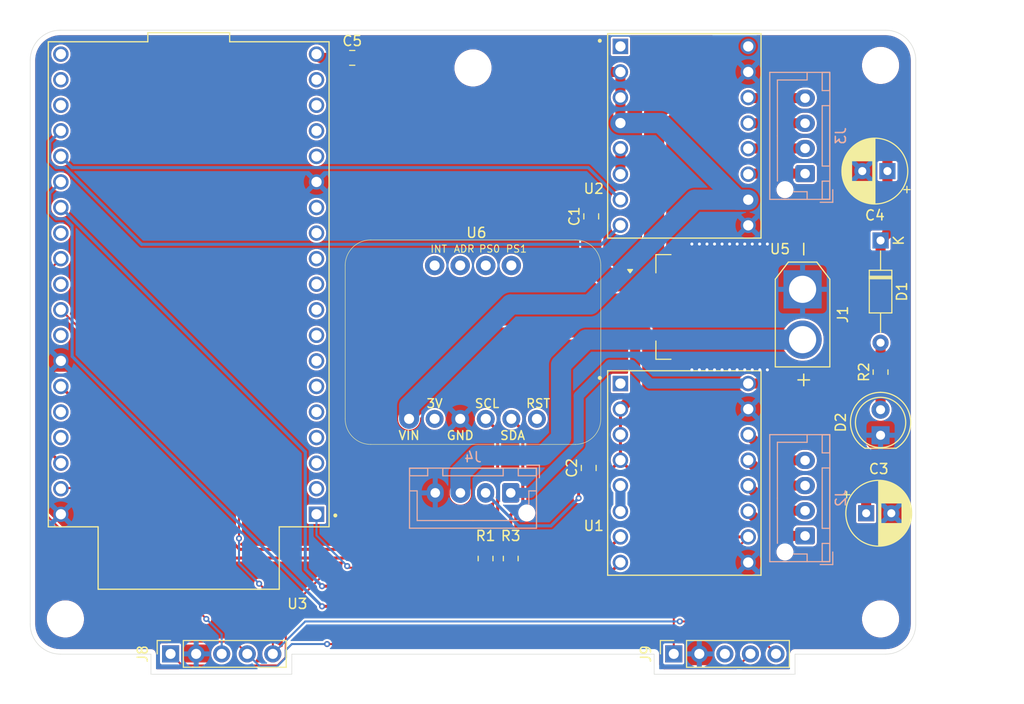
<source format=kicad_pcb>
(kicad_pcb (version 20240108) (generator "pcbnew") (generator_version "8.0")
  (layers (0 "F.Cu" signal) (31 "B.Cu" signal) (34 "B.Paste" user) (35 "F.Paste" user) (36 "B.SilkS" user "B.Silkscreen") (37 "F.SilkS" user "F.Silkscreen") (38 "B.Mask" user) (39 "F.Mask" user) (44 "Edge.Cuts" user))
  (net 0 "")
  (net 1 "Net-(J1-Pin_2)")
  (net 2 "+15V")
  (net 3 "+5V")
  (net 4 "GND")
  (net 5 "Net-(J2-Pin_4)")
  (net 6 "Net-(J2-Pin_1)")
  (net 7 "Net-(J2-Pin_2)")
  (net 8 "Net-(J2-Pin_3)")
  (net 9 "Net-(J3-Pin_1)")
  (net 10 "Net-(J3-Pin_2)")
  (net 11 "Net-(J3-Pin_4)")
  (net 12 "Net-(J3-Pin_3)")
  (net 13 "Net-(U1-~{RESET})")
  (net 15 "+3V3")
  (net 16 "/M1DIR")
  (net 17 "/M1STEP")
  (net 19 "/M2STEP")
  (net 20 "Net-(U2-~{RESET})")
  (net 32 "/M2DIR")
  (net 49 "/SDA")
  (net 50 "/SCL")
  (net 53 "Net-(D1-A)")
  (net 54 "Net-(D2-A)")
  (net 55 "/DIN")
  (net 56 "/CS1")
  (net 57 "/CLK")
  (footprint "Connector_AMASS:AMASS_XT30U-M_1x02_P5.0mm_Vertical" (layer "F.Cu") (at 159.75 63.75 -90)
    (property "Reference" "J1" (at 2.5 -4 90) (layer "F.SilkS"))
    (property "Value" "Conn_01x02")
    (fp_text user "+" (at 9 0 90) (layer "F.SilkS") (effects (font (size 1.5 1.5))))
    (fp_text user "-" (at -4 0 90) (layer "F.SilkS") (effects (font (size 1.5 1.5))))
    (pad "1" thru_hole rect (at 0 0 270) (size 3.8 3.8) (drill 2.7) (layers "*.Cu" "*.Mask") (net 4 "GND"))
    (pad "2" thru_hole circle (at 5 0 270) (size 3.8 3.8) (drill 2.7) (layers "*.Cu" "*.Mask") (net 1 "Net-(J1-Pin_2)"))
  )
  (footprint "A4988_STEPPER_MOTOR_DRIVER_CARRIER:MODULE_A4988_STEPPER_MOTOR_DRIVER_CARRIER" (layer "F.Cu") (at 148 48.5)
    (property "Reference" "U2" (at -9 5.25 0) (layer "F.SilkS"))
    (property "Value" "A4988_STEPPER_MOTOR_DRIVER_CARRIER")
    (pad "1" thru_hole rect (at -6.35 -8.89) (size 1.53 1.53) (drill 1.02) (layers "*.Cu" "*.Mask"))
    (pad "2" thru_hole circle (at -6.35 -6.35) (size 1.53 1.53) (drill 1.02) (layers "*.Cu" "*.Mask") (net 3 "+5V"))
    (pad "3" thru_hole circle (at -6.35 -3.81) (size 1.53 1.53) (drill 1.02) (layers "*.Cu" "*.Mask") (net 3 "+5V"))
    (pad "4" thru_hole circle (at -6.35 -1.27) (size 1.53 1.53) (drill 1.02) (layers "*.Cu" "*.Mask") (net 3 "+5V"))
    (pad "5" thru_hole circle (at -6.35 1.27) (size 1.53 1.53) (drill 1.02) (layers "*.Cu" "*.Mask") (net 20 "Net-(U2-~{RESET})"))
    (pad "6" thru_hole circle (at -6.35 3.81) (size 1.53 1.53) (drill 1.02) (layers "*.Cu" "*.Mask") (net 20 "Net-(U2-~{RESET})"))
    (pad "7" thru_hole circle (at -6.35 6.35) (size 1.53 1.53) (drill 1.02) (layers "*.Cu" "*.Mask") (net 19 "/M2STEP"))
    (pad "8" thru_hole circle (at -6.35 8.89) (size 1.53 1.53) (drill 1.02) (layers "*.Cu" "*.Mask") (net 32 "/M2DIR"))
    (pad "9" thru_hole circle (at 6.35 8.89) (size 1.53 1.53) (drill 1.02) (layers "*.Cu" "*.Mask") (net 4 "GND"))
    (pad "10" thru_hole circle (at 6.35 6.35) (size 1.53 1.53) (drill 1.02) (layers "*.Cu" "*.Mask") (net 3 "+5V"))
    (pad "11" thru_hole circle (at 6.35 3.81) (size 1.53 1.53) (drill 1.02) (layers "*.Cu" "*.Mask") (net 9 "Net-(J3-Pin_1)"))
    (pad "12" thru_hole circle (at 6.35 1.27) (size 1.53 1.53) (drill 1.02) (layers "*.Cu" "*.Mask") (net 10 "Net-(J3-Pin_2)"))
    (pad "13" thru_hole circle (at 6.35 -1.27) (size 1.53 1.53) (drill 1.02) (layers "*.Cu" "*.Mask") (net 12 "Net-(J3-Pin_3)"))
    (pad "14" thru_hole circle (at 6.35 -3.81) (size 1.53 1.53) (drill 1.02) (layers "*.Cu" "*.Mask") (net 11 "Net-(J3-Pin_4)"))
    (pad "15" thru_hole circle (at 6.35 -6.35) (size 1.53 1.53) (drill 1.02) (layers "*.Cu" "*.Mask") (net 4 "GND"))
    (pad "16" thru_hole circle (at 6.35 -8.89) (size 1.53 1.53) (drill 1.02) (layers "*.Cu" "*.Mask") (net 2 "+15V"))
  )
  (footprint "A4988_STEPPER_MOTOR_DRIVER_CARRIER:MODULE_A4988_STEPPER_MOTOR_DRIVER_CARRIER" (layer "F.Cu") (at 148 82)
    (property "Reference" "U1" (at -9 5.25 0) (layer "F.SilkS"))
    (property "Value" "A4988_STEPPER_MOTOR_DRIVER_CARRIER")
    (pad "1" thru_hole rect (at -6.35 -8.89) (size 1.53 1.53) (drill 1.02) (layers "*.Cu" "*.Mask"))
    (pad "2" thru_hole circle (at -6.35 -6.35) (size 1.53 1.53) (drill 1.02) (layers "*.Cu" "*.Mask") (net 3 "+5V"))
    (pad "3" thru_hole circle (at -6.35 -3.81) (size 1.53 1.53) (drill 1.02) (layers "*.Cu" "*.Mask") (net 3 "+5V"))
    (pad "4" thru_hole circle (at -6.35 -1.27) (size 1.53 1.53) (drill 1.02) (layers "*.Cu" "*.Mask") (net 3 "+5V"))
    (pad "5" thru_hole circle (at -6.35 1.27) (size 1.53 1.53) (drill 1.02) (layers "*.Cu" "*.Mask") (net 13 "Net-(U1-~{RESET})"))
    (pad "6" thru_hole circle (at -6.35 3.81) (size 1.53 1.53) (drill 1.02) (layers "*.Cu" "*.Mask") (net 13 "Net-(U1-~{RESET})"))
    (pad "7" thru_hole circle (at -6.35 6.35) (size 1.53 1.53) (drill 1.02) (layers "*.Cu" "*.Mask") (net 17 "/M1STEP"))
    (pad "8" thru_hole circle (at -6.35 8.89) (size 1.53 1.53) (drill 1.02) (layers "*.Cu" "*.Mask") (net 16 "/M1DIR"))
    (pad "9" thru_hole circle (at 6.35 8.89) (size 1.53 1.53) (drill 1.02) (layers "*.Cu" "*.Mask") (net 4 "GND"))
    (pad "10" thru_hole circle (at 6.35 6.35) (size 1.53 1.53) (drill 1.02) (layers "*.Cu" "*.Mask") (net 3 "+5V"))
    (pad "11" thru_hole circle (at 6.35 3.81) (size 1.53 1.53) (drill 1.02) (layers "*.Cu" "*.Mask") (net 6 "Net-(J2-Pin_1)"))
    (pad "12" thru_hole circle (at 6.35 1.27) (size 1.53 1.53) (drill 1.02) (layers "*.Cu" "*.Mask") (net 7 "Net-(J2-Pin_2)"))
    (pad "13" thru_hole circle (at 6.35 -1.27) (size 1.53 1.53) (drill 1.02) (layers "*.Cu" "*.Mask") (net 8 "Net-(J2-Pin_3)"))
    (pad "14" thru_hole circle (at 6.35 -3.81) (size 1.53 1.53) (drill 1.02) (layers "*.Cu" "*.Mask") (net 5 "Net-(J2-Pin_4)"))
    (pad "15" thru_hole circle (at 6.35 -6.35) (size 1.53 1.53) (drill 1.02) (layers "*.Cu" "*.Mask") (net 4 "GND"))
    (pad "16" thru_hole circle (at 6.35 -8.89) (size 1.53 1.53) (drill 1.02) (layers "*.Cu" "*.Mask") (net 2 "+15V"))
  )
  (footprint "Capacitor_SMD:C_0805_2012Metric" (layer "F.Cu") (at 115 40.75)
    (property "Reference" "C5" (at 0 -1.68 0) (layer "F.SilkS"))
    (property "Value" "10uF")
    (pad "1" smd roundrect (at -0.95 0) (size 1 1.45) (layers "F.Cu" "F.Paste" "F.Mask") (net 3 "+5V"))
    (pad "2" smd roundrect (at 0.95 0) (size 1 1.45) (layers "F.Cu" "F.Paste" "F.Mask") (net 4 "GND"))
  )
  (footprint "Resistor_SMD:R_0805_2012Metric" (layer "F.Cu") (at 128.25 90.5 -90)
    (property "Reference" "R1" (at -2.25 0 180) (layer "F.SilkS"))
    (property "Value" "4K7")
    (pad "1" smd roundrect (at -0.9125 0 270) (size 1.025 1.4) (layers "F.Cu" "F.Paste" "F.Mask") (roundrect_rratio 0.243902) (net 50 "/SCL"))
    (pad "2" smd roundrect (at 0.9125 0 270) (size 1.025 1.4) (layers "F.Cu" "F.Paste" "F.Mask") (roundrect_rratio 0.243902) (net 15 "+3V3"))
  )
  (footprint "ESP32-DEVKITC:MODULE_ESP32-DEVKITC" (layer "F.Cu") (at 98.75 63.25 180)
    (property "Reference" "U3" (at -10.795 -31.75 360) (layer "F.SilkS"))
    (property "Value" "ESP32-DEVKITC")
    (pad "1" thru_hole rect (at -12.7 -22.85 180) (size 1.53 1.53) (drill 1.02) (layers "*.Cu" "*.Mask") (net 15 "+3V3"))
    (pad "2" thru_hole circle (at -12.7 -20.31 180) (size 1.53 1.53) (drill 1.02) (layers "*.Cu" "*.Mask"))
    (pad "3" thru_hole circle (at -12.7 -17.77 180) (size 1.53 1.53) (drill 1.02) (layers "*.Cu" "*.Mask"))
    (pad "4" thru_hole circle (at -12.7 -15.23 180) (size 1.53 1.53) (drill 1.02) (layers "*.Cu" "*.Mask"))
    (pad "5" thru_hole circle (at -12.7 -12.69 180) (size 1.53 1.53) (drill 1.02) (layers "*.Cu" "*.Mask"))
    (pad "6" thru_hole circle (at -12.7 -10.15 180) (size 1.53 1.53) (drill 1.02) (layers "*.Cu" "*.Mask"))
    (pad "7" thru_hole circle (at -12.7 -7.61 180) (size 1.53 1.53) (drill 1.02) (layers "*.Cu" "*.Mask"))
    (pad "8" thru_hole circle (at -12.7 -5.07 180) (size 1.53 1.53) (drill 1.02) (layers "*.Cu" "*.Mask"))
    (pad "9" thru_hole circle (at -12.7 -2.53 180) (size 1.53 1.53) (drill 1.02) (layers "*.Cu" "*.Mask"))
    (pad "10" thru_hole circle (at -12.7 0.01 180) (size 1.53 1.53) (drill 1.02) (layers "*.Cu" "*.Mask"))
    (pad "11" thru_hole circle (at -12.7 2.55 180) (size 1.53 1.53) (drill 1.02) (layers "*.Cu" "*.Mask"))
    (pad "12" thru_hole circle (at -12.7 5.09 180) (size 1.53 1.53) (drill 1.02) (layers "*.Cu" "*.Mask"))
    (pad "13" thru_hole circle (at -12.7 7.63 180) (size 1.53 1.53) (drill 1.02) (layers "*.Cu" "*.Mask"))
    (pad "14" thru_hole circle (at -12.7 10.17 180) (size 1.53 1.53) (drill 1.02) (layers "*.Cu" "*.Mask") (net 4 "GND"))
    (pad "15" thru_hole circle (at -12.7 12.71 180) (size 1.53 1.53) (drill 1.02) (layers "*.Cu" "*.Mask"))
    (pad "16" thru_hole circle (at -12.7 15.25 180) (size 1.53 1.53) (drill 1.02) (layers "*.Cu" "*.Mask"))
    (pad "17" thru_hole circle (at -12.7 17.79 180) (size 1.53 1.53) (drill 1.02) (layers "*.Cu" "*.Mask"))
    (pad "18" thru_hole circle (at -12.7 20.33 180) (size 1.53 1.53) (drill 1.02) (layers "*.Cu" "*.Mask"))
    (pad "19" thru_hole circle (at -12.7 22.87 180) (size 1.53 1.53) (drill 1.02) (layers "*.Cu" "*.Mask") (net 3 "+5V"))
    (pad "20" thru_hole circle (at 12.7 22.87 180) (size 1.53 1.53) (drill 1.02) (layers "*.Cu" "*.Mask"))
    (pad "21" thru_hole circle (at 12.7 20.33 180) (size 1.53 1.53) (drill 1.02) (layers "*.Cu" "*.Mask"))
    (pad "22" thru_hole circle (at 12.7 17.79 180) (size 1.53 1.53) (drill 1.02) (layers "*.Cu" "*.Mask"))
    (pad "23" thru_hole circle (at 12.7 15.25 180) (size 1.53 1.53) (drill 1.02) (layers "*.Cu" "*.Mask") (net 32 "/M2DIR"))
    (pad "24" thru_hole circle (at 12.7 12.71 180) (size 1.53 1.53) (drill 1.02) (layers "*.Cu" "*.Mask") (net 19 "/M2STEP"))
    (pad "25" thru_hole circle (at 12.7 10.17 180) (size 1.53 1.53) (drill 1.02) (layers "*.Cu" "*.Mask") (net 16 "/M1DIR"))
    (pad "26" thru_hole circle (at 12.7 7.63 180) (size 1.53 1.53) (drill 1.02) (layers "*.Cu" "*.Mask") (net 17 "/M1STEP"))
    (pad "27" thru_hole circle (at 12.7 5.09 180) (size 1.53 1.53) (drill 1.02) (layers "*.Cu" "*.Mask"))
    (pad "28" thru_hole circle (at 12.7 2.55 180) (size 1.53 1.53) (drill 1.02) (layers "*.Cu" "*.Mask") (net 56 "/CS1"))
    (pad "29" thru_hole circle (at 12.7 0.01 180) (size 1.53 1.53) (drill 1.02) (layers "*.Cu" "*.Mask"))
    (pad "30" thru_hole circle (at 12.7 -2.53 180) (size 1.53 1.53) (drill 1.02) (layers "*.Cu" "*.Mask") (net 57 "/CLK"))
    (pad "31" thru_hole circle (at 12.7 -5.07 180) (size 1.53 1.53) (drill 1.02) (layers "*.Cu" "*.Mask"))
    (pad "32" thru_hole circle (at 12.7 -7.61 180) (size 1.53 1.53) (drill 1.02) (layers "*.Cu" "*.Mask") (net 4 "GND"))
    (pad "33" thru_hole circle (at 12.7 -10.15 180) (size 1.53 1.53) (drill 1.02) (layers "*.Cu" "*.Mask") (net 49 "/SDA"))
    (pad "34" thru_hole circle (at 12.7 -12.69 180) (size 1.53 1.53) (drill 1.02) (layers "*.Cu" "*.Mask"))
    (pad "35" thru_hole circle (at 12.7 -15.23 180) (size 1.53 1.53) (drill 1.02) (layers "*.Cu" "*.Mask"))
    (pad "36" thru_hole circle (at 12.7 -17.77 180) (size 1.53 1.53) (drill 1.02) (layers "*.Cu" "*.Mask") (net 50 "/SCL"))
    (pad "37" thru_hole circle (at 12.7 -20.31 180) (size 1.53 1.53) (drill 1.02) (layers "*.Cu" "*.Mask") (net 55 "/DIN"))
    (pad "38" thru_hole circle (at 12.7 -22.85 180) (size 1.53 1.53) (drill 1.02) (layers "*.Cu" "*.Mask") (net 4 "GND"))
  )
  (footprint "MountingHole:MountingHole_3.2mm_M3" (layer "F.Cu") (at 127 41.75)
    (property "Reference" "H4" (hide yes))
    (property "Value" "MountingHole")
    (pad "" np_thru_hole circle (at 0 0) (size 3.2 3.2) (drill 3.2) (layers "*.Cu" "*.Mask"))
  )
  (footprint "MountingHole:MountingHole_3.2mm_M3" (layer "F.Cu") (at 86.5 96.5)
    (property "Reference" "H1" (hide yes))
    (property "Value" "MountingHole")
    (pad "" np_thru_hole circle (at 0 0) (size 3.2 3.2) (drill 3.2) (layers "*.Cu" "*.Mask"))
  )
  (footprint "Resistor_SMD:R_0805_2012Metric" (layer "F.Cu") (at 167.5 71.975 90)
    (property "Reference" "R2" (at 0 -1.65 90) (layer "F.SilkS"))
    (property "Value" "1K")
    (pad "1" smd roundrect (at -0.9125 0 90) (size 1.025 1.4) (layers "F.Cu" "F.Paste" "F.Mask") (roundrect_rratio 0.243902) (net 54 "Net-(D2-A)"))
    (pad "2" smd roundrect (at 0.9125 0 90) (size 1.025 1.4) (layers "F.Cu" "F.Paste" "F.Mask") (roundrect_rratio 0.243902) (net 53 "Net-(D1-A)"))
  )
  (footprint "Capacitor_THT:CP_Radial_D6.3mm_P2.50mm" (layer "F.Cu") (at 168.18238 52 180)
    (property "Reference" "C4" (at 1.25 -4.4 360) (layer "F.SilkS"))
    (property "Value" "100uF")
    (pad "1" thru_hole rect (at 0 0 180) (size 1.6 1.6) (drill 0.8) (layers "*.Cu" "*.Mask") (net 2 "+15V"))
    (pad "2" thru_hole circle (at 2.5 0 180) (size 1.6 1.6) (drill 0.8) (layers "*.Cu" "*.Mask") (net 4 "GND"))
  )
  (footprint "LED_THT:LED_D5.0mm" (layer "F.Cu") (at 167.5 78.25 90)
    (property "Reference" "D2" (at 1.27 -3.96 90) (layer "F.SilkS"))
    (property "Value" "LED")
    (pad "1" thru_hole rect (at 0 0 90) (size 1.8 1.8) (drill 0.9) (layers "*.Cu" "*.Mask") (net 4 "GND"))
    (pad "2" thru_hole circle (at 2.54 0 90) (size 1.8 1.8) (drill 0.9) (layers "*.Cu" "*.Mask") (net 54 "Net-(D2-A)"))
  )
  (footprint "Connector_PinSocket_2.54mm:PinSocket_1x05_P2.54mm_Vertical" (layer "F.Cu") (at 146.95 99.975 90)
    (property "Reference" "J9" (at 0 -2.77 90) (layer "F.SilkS"))
    (property "Value" "Conn_01x05")
    (pad "1" thru_hole rect (at 0 0 90) (size 1.7 1.7) (drill 1) (layers "*.Cu" "*.Mask") (net 3 "+5V"))
    (pad "2" thru_hole oval (at 0 2.54 90) (size 1.7 1.7) (drill 1) (layers "*.Cu" "*.Mask") (net 4 "GND"))
    (pad "3" thru_hole oval (at 0 5.08 90) (size 1.7 1.7) (drill 1) (layers "*.Cu" "*.Mask"))
    (pad "4" thru_hole oval (at 0 7.62 90) (size 1.7 1.7) (drill 1) (layers "*.Cu" "*.Mask") (net 56 "/CS1"))
    (pad "5" thru_hole oval (at 0 10.16 90) (size 1.7 1.7) (drill 1) (layers "*.Cu" "*.Mask") (net 57 "/CLK"))
  )
  (footprint "MountingHole:MountingHole_3.2mm_M3" (layer "F.Cu") (at 167.5 41.5)
    (property "Reference" "H3" (hide yes))
    (property "Value" "MountingHole")
    (pad "" np_thru_hole circle (at 0 0) (size 3.2 3.2) (drill 3.2) (layers "*.Cu" "*.Mask"))
  )
  (footprint "Adafruit IMU BNO055:Adafruit IMU BNO055" (layer "F.Cu") (at 127 69)
    (property "Reference" "U6" (at 0.34 -10.87 0) (layer "F.SilkS"))
    (property "Value" "Adafruit IMU BNO055")
    (fp_text user "GND" (at -1.27 9.271 0) (layer "F.SilkS") (effects (font (size 0.87376 0.87376) (thickness 0.14224))))
    (fp_text user "ADR" (at -0.88 -9.271 0) (layer "F.SilkS") (effects (font (size 0.715264 0.715264) (thickness 0.097536))))
    (fp_text user "3V" (at -3.81 6.096 0) (layer "F.SilkS") (effects (font (size 0.87376 0.87376) (thickness 0.14224))))
    (fp_text user "PS0" (at 1.646 -9.271 0) (layer "F.SilkS") (effects (font (size 0.715264 0.715264) (thickness 0.097536))))
    (fp_text user "PS1" (at 4.313 -9.271 0) (layer "F.SilkS") (effects (font (size 0.715264 0.715264) (thickness 0.097536))))
    (fp_text user "SCL" (at 1.397 6.096 0) (layer "F.SilkS") (effects (font (size 0.87376 0.87376) (thickness 0.14224))))
    (fp_text user "INT" (at -3.403 -9.2555 0) (layer "F.SilkS") (effects (font (size 0.715264 0.715264) (thickness 0.097536))))
    (fp_text user "SDA" (at 3.937 9.271 0) (layer "F.SilkS") (effects (font (size 0.87376 0.87376) (thickness 0.14224))))
    (fp_text user "RST" (at 6.477 6.096 0) (layer "F.SilkS") (effects (font (size 0.87376 0.87376) (thickness 0.14224))))
    (fp_text user "VIN" (at -6.35 9.271 0) (layer "F.SilkS") (effects (font (size 0.87376 0.87376) (thickness 0.14224))))
    (pad "1" thru_hole circle (at -6.35 7.62 90) (size 1.778 1.778) (drill 1) (layers "*.Mask" "F.Cu" "In1.Cu" "B.Cu") (net 3 "+5V"))
    (pad "2" thru_hole circle (at -3.81 7.62 90) (size 1.778 1.778) (drill 1) (layers "*.Mask" "F.Cu" "In1.Cu" "B.Cu"))
    (pad "3" thru_hole circle (at -1.27 7.62 90) (size 1.778 1.778) (drill 1) (layers "*.Mask" "F.Cu" "In1.Cu" "B.Cu") (net 4 "GND"))
    (pad "4" thru_hole circle (at 1.27 7.62 90) (size 1.778 1.778) (drill 1) (layers "*.Mask" "F.Cu" "In1.Cu" "B.Cu") (net 50 "/SCL"))
    (pad "5" thru_hole circle (at 3.81 7.62 90) (size 1.778 1.778) (drill 1) (layers "*.Mask" "F.Cu" "In1.Cu" "B.Cu") (net 49 "/SDA"))
    (pad "6" thru_hole circle (at 6.35 7.62 90) (size 1.778 1.778) (drill 1) (layers "*.Mask" "F.Cu" "In1.Cu" "B.Cu"))
    (pad "7" thru_hole circle (at -3.81 -7.62 90) (size 1.9304 1.9304) (drill 1) (layers "*.Cu" "*.Mask"))
    (pad "8" thru_hole circle (at -1.27 -7.62 90) (size 1.9304 1.9304) (drill 1) (layers "*.Cu" "*.Mask"))
    (pad "9" thru_hole circle (at 1.27 -7.62 90) (size 1.9304 1.9304) (drill 1) (layers "*.Cu" "*.Mask"))
    (pad "10" thru_hole circle (at 3.81 -7.62 90) (size 1.9304 1.9304) (drill 1) (layers "*.Cu" "*.Mask"))
  )
  (footprint "Resistor_SMD:R_0805_2012Metric" (layer "F.Cu") (at 130.75 90.5 -90)
    (property "Reference" "R3" (at -2.25 0 180) (layer "F.SilkS"))
    (property "Value" "4K7")
    (pad "1" smd roundrect (at -0.9125 0 270) (size 1.025 1.4) (layers "F.Cu" "F.Paste" "F.Mask") (roundrect_rratio 0.243902) (net 49 "/SDA"))
    (pad "2" smd roundrect (at 0.9125 0 270) (size 1.025 1.4) (layers "F.Cu" "F.Paste" "F.Mask") (roundrect_rratio 0.243902) (net 15 "+3V3"))
  )
  (footprint "Connector_PinSocket_2.54mm:PinSocket_1x05_P2.54mm_Vertical" (layer "F.Cu") (at 96.95 99.975 90)
    (property "Reference" "J8" (at 0 -2.77 90) (layer "F.SilkS"))
    (property "Value" "Conn_01x05")
    (pad "1" thru_hole rect (at 0 0 90) (size 1.7 1.7) (drill 1) (layers "*.Cu" "*.Mask") (net 3 "+5V"))
    (pad "2" thru_hole oval (at 0 2.54 90) (size 1.7 1.7) (drill 1) (layers "*.Cu" "*.Mask") (net 4 "GND"))
    (pad "3" thru_hole oval (at 0 5.08 90) (size 1.7 1.7) (drill 1) (layers "*.Cu" "*.Mask") (net 55 "/DIN"))
    (pad "4" thru_hole oval (at 0 7.62 90) (size 1.7 1.7) (drill 1) (layers "*.Cu" "*.Mask") (net 56 "/CS1"))
    (pad "5" thru_hole oval (at 0 10.16 90) (size 1.7 1.7) (drill 1) (layers "*.Cu" "*.Mask") (net 57 "/CLK"))
  )
  (footprint "Capacitor_SMD:C_0805_2012Metric" (layer "F.Cu") (at 138.5 81.5 90)
    (property "Reference" "C2" (at 0 -1.68 90) (layer "F.SilkS"))
    (property "Value" "10uF")
    (pad "1" smd roundrect (at -0.95 0 90) (size 1 1.45) (layers "F.Cu" "F.Paste" "F.Mask") (net 3 "+5V"))
    (pad "2" smd roundrect (at 0.95 0 90) (size 1 1.45) (layers "F.Cu" "F.Paste" "F.Mask") (net 4 "GND"))
  )
  (footprint "MountingHole:MountingHole_3.2mm_M3" (layer "F.Cu") (at 167.5 96.5)
    (property "Reference" "H2" (hide yes))
    (property "Value" "MountingHole")
    (pad "" np_thru_hole circle (at 0 0) (size 3.2 3.2) (drill 3.2) (layers "*.Cu" "*.Mask"))
  )
  (footprint "Capacitor_THT:CP_Radial_D6.3mm_P2.50mm" (layer "F.Cu") (at 166.067621 86)
    (property "Reference" "C3" (at 1.25 -4.4 0) (layer "F.SilkS"))
    (property "Value" "100uF")
    (pad "1" thru_hole rect (at 0 0) (size 1.6 1.6) (drill 0.8) (layers "*.Cu" "*.Mask") (net 2 "+15V"))
    (pad "2" thru_hole circle (at 2.5 0) (size 1.6 1.6) (drill 0.8) (layers "*.Cu" "*.Mask") (net 4 "GND"))
  )
  (footprint "Diode_THT:D_DO-35_SOD27_P10.16mm_Horizontal" (layer "F.Cu") (at 167.5 58.895 -90)
    (property "Reference" "D1" (at 5.08 -2.12 90) (layer "F.SilkS"))
    (property "Value" "1N5243BTR")
    (fp_text user "K" (at 0 -1.8 90) (layer "F.SilkS"))
    (pad "1" thru_hole rect (at 0 0 270) (size 1.6 1.6) (drill 0.8) (layers "*.Cu" "*.Mask") (net 2 "+15V"))
    (pad "2" thru_hole oval (at 10.16 0 270) (size 1.6 1.6) (drill 0.8) (layers "*.Cu" "*.Mask") (net 53 "Net-(D1-A)"))
  )
  (footprint "Package_TO_SOT_SMD:TO-263-3_TabPin2" (layer "F.Cu") (at 150 65.5)
    (property "Reference" "U5" (at 7.5 -5.75 360) (layer "F.SilkS"))
    (property "Value" "uA7805")
    (pad "1" smd roundrect (at -7.65 -2.54) (size 4.6 1.1) (layers "F.Cu" "F.Paste" "F.Mask") (roundrect_rratio 0.227273) (net 2 "+15V"))
    (pad "2" smd roundrect (at -7.65 0) (size 4.6 1.1) (layers "F.Cu" "F.Paste" "F.Mask") (roundrect_rratio 0.227273) (net 4 "GND"))
    (pad "2" smd roundrect (at -0.925 -2.775) (size 4.55 5.25) (layers "F.Cu" "F.Paste") (roundrect_rratio 0.054945) (net 4 "GND"))
    (pad "2" smd roundrect (at -0.925 2.775) (size 4.55 5.25) (layers "F.Cu" "F.Paste") (roundrect_rratio 0.054945) (net 4 "GND"))
    (pad "2" smd roundrect (at 1.5 0) (size 9.4 10.8) (layers "F.Cu" "F.Mask") (roundrect_rratio 0.026596) (net 4 "GND"))
    (pad "2" smd roundrect (at 3.925 -2.775) (size 4.55 5.25) (layers "F.Cu" "F.Paste") (roundrect_rratio 0.054945) (net 4 "GND"))
    (pad "2" smd roundrect (at 3.925 2.775) (size 4.55 5.25) (layers "F.Cu" "F.Paste") (roundrect_rratio 0.054945) (net 4 "GND"))
    (pad "3" smd roundrect (at -7.65 2.54) (size 4.6 1.1) (layers "F.Cu" "F.Paste" "F.Mask") (roundrect_rratio 0.227273) (net 3 "+5V"))
  )
  (footprint "Capacitor_SMD:C_0805_2012Metric" (layer "F.Cu") (at 138.75 56.5 90)
    (property "Reference" "C1" (at 0 -1.68 90) (layer "F.SilkS"))
    (property "Value" "10uF")
    (pad "1" smd roundrect (at -0.95 0 90) (size 1 1.45) (layers "F.Cu" "F.Paste" "F.Mask") (net 2 "+15V"))
    (pad "2" smd roundrect (at 0.95 0 90) (size 1 1.45) (layers "F.Cu" "F.Paste" "F.Mask") (net 4 "GND"))
  )
  (footprint "Connector_JST:JST_XH_B4B-XH-AM_1x04_P2.50mm_Vertical" (layer "B.Cu") (at 130.75 83.975 180)
    (property "Reference" "J4" (at 3.75 3.55 0) (layer "B.SilkS") (effects (justify mirror)))
    (property "Value" "Conn_01x04")
    (pad "" np_thru_hole circle (at -1.6 -2 180) (size 1.2 1.2) (drill 1.2) (layers "*.Cu" "*.Mask"))
    (pad "1" thru_hole roundrect (at 0 0 180) (size 1.7 1.95) (drill 0.95) (layers "*.Cu" "*.Mask") (roundrect_rratio 0.147059) (net 2 "+15V"))
    (pad "2" thru_hole oval (at 2.5 0 180) (size 1.7 1.95) (drill 0.95) (layers "*.Cu" "*.Mask") (net 3 "+5V"))
    (pad "3" thru_hole oval (at 5 0 180) (size 1.7 1.95) (drill 0.95) (layers "*.Cu" "*.Mask") (net 1 "Net-(J1-Pin_2)"))
    (pad "4" thru_hole oval (at 7.5 0 180) (size 1.7 1.95) (drill 0.95) (layers "*.Cu" "*.Mask") (net 4 "GND"))
  )
  (footprint "Connector_JST:JST_XH_B4B-XH-AM_1x04_P2.50mm_Vertical" (layer "B.Cu") (at 160 52.25 90)
    (property "Reference" "J3" (at 3.75 3.55 90) (layer "B.SilkS") (effects (justify mirror)))
    (property "Value" "Conn_01x04")
    (pad "" np_thru_hole circle (at -1.6 -2 90) (size 1.2 1.2) (drill 1.2) (layers "*.Cu" "*.Mask"))
    (pad "1" thru_hole roundrect (at 0 0 90) (size 1.7 1.95) (drill 0.95) (layers "*.Cu" "*.Mask") (roundrect_rratio 0.147059) (net 9 "Net-(J3-Pin_1)"))
    (pad "2" thru_hole oval (at 2.5 0 90) (size 1.7 1.95) (drill 0.95) (layers "*.Cu" "*.Mask") (net 10 "Net-(J3-Pin_2)"))
    (pad "3" thru_hole oval (at 5 0 90) (size 1.7 1.95) (drill 0.95) (layers "*.Cu" "*.Mask") (net 12 "Net-(J3-Pin_3)"))
    (pad "4" thru_hole oval (at 7.5 0 90) (size 1.7 1.95) (drill 0.95) (layers "*.Cu" "*.Mask") (net 11 "Net-(J3-Pin_4)"))
  )
  (footprint "Connector_JST:JST_XH_B4B-XH-AM_1x04_P2.50mm_Vertical" (layer "B.Cu") (at 160 88.25 90)
    (property "Reference" "J2" (at 3.75 3.55 90) (layer "B.SilkS") (effects (justify mirror)))
    (property "Value" "Conn_01x04")
    (pad "" np_thru_hole circle (at -1.6 -2 90) (size 1.2 1.2) (drill 1.2) (layers "*.Cu" "*.Mask"))
    (pad "1" thru_hole roundrect (at 0 0 90) (size 1.7 1.95) (drill 0.95) (layers "*.Cu" "*.Mask") (roundrect_rratio 0.147059) (net 6 "Net-(J2-Pin_1)"))
    (pad "2" thru_hole oval (at 2.5 0 90) (size 1.7 1.95) (drill 0.95) (layers "*.Cu" "*.Mask") (net 7 "Net-(J2-Pin_2)"))
    (pad "3" thru_hole oval (at 5 0 90) (size 1.7 1.95) (drill 0.95) (layers "*.Cu" "*.Mask") (net 8 "Net-(J2-Pin_3)"))
    (pad "4" thru_hole oval (at 7.5 0 90) (size 1.7 1.95) (drill 0.95) (layers "*.Cu" "*.Mask") (net 5 "Net-(J2-Pin_4)"))
  )
  (gr_line (start 145 102) (end 159 102) (stroke (width 0.05)) (layer "Edge.Cuts"))
  (gr_line (start 109 102) (end 109 100) (stroke (width 0.05)) (layer "Edge.Cuts"))
  (gr_line (start 159 102) (end 159 100) (stroke (width 0.05)) (layer "Edge.Cuts"))
  (gr_arc (start 86 100.000001) (mid 83.878679 99.121322) (end 83 97.000001) (stroke (width 0.05)) (layer "Edge.Cuts"))
  (gr_arc (start 171.000001 97.000001) (mid 170.121321 99.121321) (end 168.000001 100.000001) (stroke (width 0.05)) (layer "Edge.Cuts"))
  (gr_line (start 109 100) (end 145 100) (stroke (width 0.05)) (layer "Edge.Cuts"))
  (gr_line (start 95 100) (end 95 102) (stroke (width 0.05)) (layer "Edge.Cuts"))
  (gr_line (start 168 38) (end 86 38) (stroke (width 0.05)) (layer "Edge.Cuts"))
  (gr_line (start 83 41) (end 83 97.000001) (stroke (width 0.05)) (layer "Edge.Cuts"))
  (gr_line (start 145 100) (end 145 102) (stroke (width 0.05)) (layer "Edge.Cuts"))
  (gr_line (start 95 102) (end 109 102) (stroke (width 0.05)) (layer "Edge.Cuts"))
  (gr_arc (start 168 38) (mid 170.12132 38.87868) (end 171 41) (stroke (width 0.05)) (layer "Edge.Cuts"))
  (gr_line (start 86 100) (end 95 100) (stroke (width 0.05)) (layer "Edge.Cuts"))
  (gr_arc (start 83 41) (mid 83.87868 38.87868) (end 86 38) (stroke (width 0.05)) (layer "Edge.Cuts"))
  (gr_line (start 171.000001 97.000001) (end 171 41) (stroke (width 0.05)) (layer "Edge.Cuts"))
  (gr_line (start 159 100) (end 168.000001 100.000001) (stroke (width 0.05)) (layer "Edge.Cuts"))
  (segment (start 125.75 82) (end 125.75 83.975) (width 2) (layer "B.Cu") (net 1))
  (segment (start 159.75 68.75) (end 138.25 68.75) (width 2) (layer "B.Cu") (net 1))
  (segment (start 134 80.25) (end 127.5 80.25) (width 2) (layer "B.Cu") (net 1))
  (segment (start 138.25 68.75) (end 135.75 71.25) (width 2) (layer "B.Cu") (net 1))
  (segment (start 135.75 71.25) (end 135.75 78.5) (width 2) (layer "B.Cu") (net 1))
  (segment (start 127.5 80.25) (end 125.75 82) (width 2) (layer "B.Cu") (net 1))
  (segment (start 135.75 78.5) (end 134 80.25) (width 2) (layer "B.Cu") (net 1))
  (segment (start 138.75 57.45) (end 138.75 61) (width 2) (layer "F.Cu") (net 2))
  (segment (start 167.5 58.895) (end 167.5 64.676956) (width 1) (layer "F.Cu") (net 2))
  (segment (start 138.75 61) (end 140.71 62.96) (width 2) (layer "F.Cu") (net 2))
  (segment (start 168.18238 52) (end 168.18238 58.21262) (width 1) (layer "F.Cu") (net 2))
  (segment (start 157.177031 39.61) (end 168.18238 50.615349) (width 1) (layer "F.Cu") (net 2))
  (segment (start 154.35 39.61) (end 157.177031 39.61) (width 1) (layer "F.Cu") (net 2))
  (segment (start 168.18238 50.615349) (end 168.18238 52) (width 1) (layer "F.Cu") (net 2))
  (segment (start 159.066956 73.11) (end 154.35 73.11) (width 1) (layer "F.Cu") (net 2))
  (segment (start 166.067621 80.110665) (end 159.066956 73.11) (width 1) (layer "F.Cu") (net 2))
  (segment (start 151.64 39.61) (end 154.35 39.61) (width 2) (layer "F.Cu") (net 2))
  (segment (start 145 60.31) (end 145 46.25) (width 2) (layer "F.Cu") (net 2))
  (segment (start 166.067621 86) (end 166.067621 80.110665) (width 1) (layer "F.Cu") (net 2))
  (segment (start 140.71 62.96) (end 142.35 62.96) (width 2) (layer "F.Cu") (net 2))
  (segment (start 167.5 64.676956) (end 159.066956 73.11) (width 1) (layer "F.Cu") (net 2))
  (segment (start 168.18238 58.21262) (end 167.5 58.895) (width 1) (layer "F.Cu") (net 2))
  (segment (start 145 46.25) (end 151.64 39.61) (width 2) (layer "F.Cu") (net 2))
  (segment (start 142.35 62.96) (end 145 60.31) (width 2) (layer "F.Cu") (net 2))
  (segment (start 142.72 71.25) (end 140.58 71.25) (width 1) (layer "B.Cu") (net 2))
  (segment (start 137.5 79.154164) (end 132.679164 83.975) (width 1) (layer "B.Cu") (net 2))
  (segment (start 144.58 73.11) (end 142.72 71.25) (width 1) (layer "B.Cu") (net 2))
  (segment (start 154.35 73.11) (end 144.58 73.11) (width 1) (layer "B.Cu") (net 2))
  (segment (start 137.5 74.33) (end 137.5 79.154164) (width 1) (layer "B.Cu") (net 2))
  (segment (start 132.679164 83.975) (end 130.75 83.975) (width 1) (layer "B.Cu") (net 2))
  (segment (start 140.58 71.25) (end 137.5 74.33) (width 1) (layer "B.Cu") (net 2))
  (segment (start 130.75 46.75) (end 118.5 46.75) (width 1) (layer "F.Cu") (net 3))
  (segment (start 137.5 84.5) (end 137.5 83.45) (width 0.3) (layer "F.Cu") (net 3))
  (segment (start 137.5 83.45) (end 138.5 82.45) (width 0.3) (layer "F.Cu") (net 3))
  (segment (start 146.95 99.975) (end 146.95 95.75) (width 0.2) (layer "F.Cu") (net 3))
  (segment (start 141.65 47.23) (end 141.65 42.15) (width 1) (layer "F.Cu") (net 3))
  (segment (start 114.05 40.75) (end 111.82 40.75) (width 1) (layer "F.Cu") (net 3))
  (segment (start 131.434744 92.225) (end 138.5 85.159744) (width 0.2) (layer "F.Cu") (net 3))
  (segment (start 138.5 82.45) (end 139.93 82.45) (width 0.3) (layer "F.Cu") (net 3))
  (segment (start 96.95 99.975) (end 98.1 101.125) (width 0.2) (layer "F.Cu") (net 3))
  (segment (start 107.586346 101.125) (end 108.4 100.311346) (width 0.2) (layer "F.Cu") (net 3))
  (segment (start 111.82 40.75) (end 111.45 40.38) (width 1) (layer "F.Cu") (net 3))
  (segment (start 139.93 82.45) (end 141.65 80.73) (width 0.3) (layer "F.Cu") (net 3))
  (segment (start 141.65 42.15) (end 135.35 42.15) (width 1) (layer "F.Cu") (net 3))
  (segment (start 118.5 46.75) (end 114.05 42.3) (width 1) (layer "F.Cu") (net 3))
  (segment (start 108.4 95.85) (end 112.025 92.225) (width 0.2) (layer "F.Cu") (net 3))
  (segment (start 138.5 85.159744) (end 138.5 82.45) (width 0.2) (layer "F.Cu") (net 3))
  (segment (start 142.35 68.04) (end 129.23 68.04) (width 1) (layer "F.Cu") (net 3))
  (segment (start 129.23 68.04) (end 120.65 76.62) (width 1) (layer "F.Cu") (net 3))
  (segment (start 141.65 75.65) (end 141.65 78.19) (width 0.3) (layer "F.Cu") (net 3))
  (segment (start 154.35 88.35) (end 149.27 88.35) (width 0.3) (layer "F.Cu") (net 3))
  (segment (start 149.27 88.35) (end 141.65 80.73) (width 0.3) (layer "F.Cu") (net 3))
  (segment (start 143.115 74.185) (end 141.65 75.65) (width 1) (layer "F.Cu") (net 3))
  (segment (start 114.05 42.3) (end 114.05 40.75) (width 1) (layer "F.Cu") (net 3))
  (segment (start 112.025 92.225) (end 131.434744 92.225) (width 0.2) (layer "F.Cu") (net 3))
  (segment (start 141.65 80.73) (end 141.65 78.19) (width 0.3) (layer "F.Cu") (net 3))
  (segment (start 108.4 100.311346) (end 108.4 95.85) (width 0.2) (layer "F.Cu") (net 3))
  (segment (start 146.95 95.75) (end 154.35 88.35) (width 0.2) (layer "F.Cu") (net 3))
  (segment (start 143.115 68.805) (end 143.115 74.185) (width 1) (layer "F.Cu") (net 3))
  (segment (start 142.35 68.04) (end 143.115 68.805) (width 1) (layer "F.Cu") (net 3))
  (segment (start 135.35 42.15) (end 130.75 46.75) (width 1) (layer "F.Cu") (net 3))
  (segment (start 98.1 101.125) (end 107.586346 101.125) (width 0.2) (layer "F.Cu") (net 3))
  (via (at 137.5 84.5) (size 0.6) (drill 0.3) (layers "F.Cu" "B.Cu") (net 3))
  (segment (start 154.35 54.85) (end 153.268127 54.85) (width 2) (layer "B.Cu") (net 3))
  (segment (start 149.03873 54.85) (end 138.63873 65.25) (width 2) (layer "B.Cu") (net 3))
  (segment (start 138.63873 65.25) (end 130.75 65.25) (width 2) (layer "B.Cu") (net 3))
  (segment (start 134.75 87.25) (end 131.525 87.25) (width 0.3) (layer "B.Cu") (net 3))
  (segment (start 120.65 75.35) (end 120.65 76.62) (width 2) (layer "B.Cu") (net 3))
  (segment (start 130.75 65.25) (end 120.65 75.35) (width 2) (layer "B.Cu") (net 3))
  (segment (start 137.5 84.5) (end 134.75 87.25) (width 0.3) (layer "B.Cu") (net 3))
  (segment (start 131.525 87.25) (end 128.25 83.975) (width 0.3) (layer "B.Cu") (net 3))
  (segment (start 153.268127 54.85) (end 145.648127 47.23) (width 2) (layer "B.Cu") (net 3))
  (segment (start 145.648127 47.23) (end 141.65 47.23) (width 2) (layer "B.Cu") (net 3))
  (segment (start 154.35 54.85) (end 149.03873 54.85) (width 2) (layer "B.Cu") (net 3))
  (via (at 153.25 71.75) (size 0.6) (drill 0.3) (layers "F.Cu" "B.Cu") (net 4))
  (via (at 155.5 59.25) (size 0.6) (drill 0.3) (layers "F.Cu" "B.Cu") (net 4))
  (via (at 149.5 59.25) (size 0.6) (drill 0.3) (layers "F.Cu" "B.Cu") (net 4))
  (via (at 148.75 59.25) (size 0.6) (drill 0.3) (layers "F.Cu" "B.Cu") (net 4))
  (via (at 154.75 59.25) (size 0.6) (drill 0.3) (layers "F.Cu" "B.Cu") (net 4))
  (via (at 150.25 71.75) (size 0.6) (drill 0.3) (layers "F.Cu" "B.Cu") (net 4))
  (via (at 149.5 71.75) (size 0.6) (drill 0.3) (layers "F.Cu" "B.Cu") (net 4))
  (via (at 153.25 59.25) (size 0.6) (drill 0.3) (layers "F.Cu" "B.Cu") (net 4))
  (via (at 154 71.75) (size 0.6) (drill 0.3) (layers "F.Cu" "B.Cu") (net 4))
  (via (at 148.75 71.75) (size 0.6) (drill 0.3) (layers "F.Cu" "B.Cu") (net 4))
  (via (at 151.75 71.75) (size 0.6) (drill 0.3) (layers "F.Cu" "B.Cu") (net 4))
  (via (at 155.5 71.75) (size 0.6) (drill 0.3) (layers "F.Cu" "B.Cu") (net 4))
  (via (at 151 71.75) (size 0.6) (drill 0.3) (layers "F.Cu" "B.Cu") (net 4))
  (via (at 154 59.25) (size 0.6) (drill 0.3) (layers "F.Cu" "B.Cu") (net 4))
  (via (at 152.5 59.25) (size 0.6) (drill 0.3) (layers "F.Cu" "B.Cu") (net 4))
  (via (at 152.5 71.75) (size 0.6) (drill 0.3) (layers "F.Cu" "B.Cu") (net 4))
  (via (at 151.75 59.25) (size 0.6) (drill 0.3) (layers "F.Cu" "B.Cu") (net 4))
  (via (at 150.25 59.25) (size 0.6) (drill 0.3) (layers "F.Cu" "B.Cu") (net 4))
  (via (at 156.25 71.75) (size 0.6) (drill 0.3) (layers "F.Cu" "B.Cu") (net 4))
  (via (at 154.75 71.75) (size 0.6) (drill 0.3) (layers "F.Cu" "B.Cu") (net 4))
  (via (at 156.25 59.25) (size 0.6) (drill 0.3) (layers "F.Cu" "B.Cu") (net 4))
  (via (at 151 59.25) (size 0.6) (drill 0.3) (layers "F.Cu" "B.Cu") (net 4))
  (segment (start 160 80.75) (end 156.91 80.75) (width 1) (layer "F.Cu") (net 5))
  (segment (start 156.91 80.75) (end 154.35 78.19) (width 1) (layer "F.Cu") (net 5))
  (segment (start 156.79 88.25) (end 154.35 85.81) (width 1) (layer "F.Cu") (net 6))
  (segment (start 160 88.25) (end 156.79 88.25) (width 1) (layer "F.Cu") (net 6))
  (segment (start 160 85.75) (end 156.83 85.75) (width 1) (layer "F.Cu") (net 7))
  (segment (start 156.83 85.75) (end 154.35 83.27) (width 1) (layer "F.Cu") (net 7))
  (segment (start 156.87 83.25) (end 154.35 80.73) (width 1) (layer "F.Cu") (net 8))
  (segment (start 160 83.25) (end 156.87 83.25) (width 1) (layer "F.Cu") (net 8))
  (segment (start 160 52.25) (end 154.41 52.25) (width 1) (layer "F.Cu") (net 9))
  (segment (start 154.41 52.25) (end 154.35 52.31) (width 1) (layer "F.Cu") (net 9))
  (segment (start 160 49.75) (end 154.37 49.75) (width 1) (layer "F.Cu") (net 10))
  (segment (start 154.37 49.75) (end 154.35 49.77) (width 1) (layer "F.Cu") (net 10))
  (segment (start 160 44.75) (end 154.41 44.75) (width 1) (layer "F.Cu") (net 11))
  (segment (start 154.41 44.75) (end 154.35 44.69) (width 1) (layer "F.Cu") (net 11))
  (segment (start 160 47.25) (end 154.37 47.25) (width 1) (layer "F.Cu") (net 12))
  (segment (start 154.37 47.25) (end 154.35 47.23) (width 1) (layer "F.Cu") (net 12))
  (segment (start 141.65 83.27) (end 141.65 85.81) (width 1) (layer "B.Cu") (net 13))
  (segment (start 114.6625 91.4125) (end 114.5 91.25) (width 0.2) (layer "F.Cu") (net 15))
  (segment (start 128.25 91.4125) (end 114.6625 91.4125) (width 0.2) (layer "F.Cu") (net 15))
  (segment (start 130.75 91.4125) (end 128.25 91.4125) (width 0.2) (layer "F.Cu") (net 15))
  (via (at 114.5 91.25) (size 0.6) (drill 0.3) (layers "F.Cu" "B.Cu") (net 15))
  (segment (start 114.5 91.25) (end 111.45 88.2) (width 0.2) (layer "B.Cu") (net 15))
  (segment (start 111.45 88.2) (end 111.45 86.1) (width 0.2) (layer "B.Cu") (net 15))
  (segment (start 141.65 90.89) (end 137.29 95.25) (width 0.3) (layer "F.Cu") (net 16))
  (segment (start 137.29 95.25) (end 112 95.25) (width 0.3) (layer "F.Cu") (net 16))
  (via (at 112 95.25) (size 0.6) (drill 0.3) (layers "F.Cu" "B.Cu") (net 16))
  (segment (start 87.165 70.415) (end 87.165 57.442106) (width 0.3) (layer "B.Cu") (net 16))
  (segment (start 84.935 56.081849) (end 84.935 54.195) (width 0.3) (layer "B.Cu") (net 16))
  (segment (start 85.588151 56.735) (end 84.935 56.081849) (width 0.3) (layer "B.Cu") (net 16))
  (segment (start 84.935 54.195) (end 86.05 53.08) (width 0.3) (layer "B.Cu") (net 16))
  (segment (start 87.165 57.442106) (end 86.457894 56.735) (width 0.3) (layer "B.Cu") (net 16))
  (segment (start 112 95.25) (end 87.165 70.415) (width 0.3) (layer "B.Cu") (net 16))
  (segment (start 86.457894 56.735) (end 85.588151 56.735) (width 0.3) (layer "B.Cu") (net 16))
  (segment (start 136.75 93.25) (end 112 93.25) (width 0.3) (layer "F.Cu") (net 17))
  (segment (start 141.65 88.35) (end 136.75 93.25) (width 0.3) (layer "F.Cu") (net 17))
  (via (at 112 93.25) (size 0.6) (drill 0.3) (layers "F.Cu" "B.Cu") (net 17))
  (segment (start 112 93.25) (end 110.335 91.585) (width 0.3) (layer "B.Cu") (net 17))
  (segment (start 110.335 91.585) (end 110.335 79.905) (width 0.3) (layer "B.Cu") (net 17))
  (segment (start 110.335 79.905) (end 86.05 55.62) (width 0.3) (layer "B.Cu") (net 17))
  (segment (start 87.165 51.655) (end 86.05 50.54) (width 0.3) (layer "B.Cu") (net 19))
  (segment (start 138.455 51.655) (end 87.165 51.655) (width 0.3) (layer "B.Cu") (net 19))
  (segment (start 141.65 54.85) (end 138.455 51.655) (width 0.3) (layer "B.Cu") (net 19))
  (segment (start 141.65 49.77) (end 141.65 52.31) (width 1) (layer "F.Cu") (net 20))
  (segment (start 94.077894 59.275) (end 86.457894 51.655) (width 0.3) (layer "B.Cu") (net 32))
  (segment (start 86.457894 51.655) (end 85.588151 51.655) (width 0.3) (layer "B.Cu") (net 32))
  (segment (start 84.935 49.115) (end 86.05 48) (width 0.3) (layer "B.Cu") (net 32))
  (segment (start 84.935 51.001849) (end 84.935 49.115) (width 0.3) (layer "B.Cu") (net 32))
  (segment (start 85.588151 51.655) (end 84.935 51.001849) (width 0.3) (layer "B.Cu") (net 32))
  (segment (start 141.65 57.39) (end 139.765 59.275) (width 0.3) (layer "B.Cu") (net 32))
  (segment (start 139.765 59.275) (end 94.077894 59.275) (width 0.3) (layer "B.Cu") (net 32))
  (segment (start 131.95 77.76) (end 131.95 84.955456) (width 0.3) (layer "F.Cu") (net 49))
  (segment (start 131.95 84.955456) (end 130.75 86.155456) (width 0.3) (layer "F.Cu") (net 49))
  (segment (start 130.81 76.62) (end 131.95 77.76) (width 0.3) (layer "F.Cu") (net 49))
  (segment (start 103.1 90.45) (end 86.05 73.4) (width 0.3) (layer "F.Cu") (net 49))
  (segment (start 130.75 86.155456) (end 130.75 89.5875) (width 0.3) (layer "F.Cu") (net 49))
  (segment (start 129.8875 90.45) (end 103.1 90.45) (width 0.3) (layer "F.Cu") (net 49))
  (segment (start 130.75 89.5875) (end 129.8875 90.45) (width 0.3) (layer "F.Cu") (net 49))
  (segment (start 129.45 77.8) (end 129.45 88.3875) (width 0.3) (layer "F.Cu") (net 50))
  (segment (start 103.814349 89.5875) (end 86.511849 72.285) (width 0.3) (layer "F.Cu") (net 50))
  (segment (start 86.511849 72.285) (end 85.588151 72.285) (width 0.3) (layer "F.Cu") (net 50))
  (segment (start 128.25 89.5875) (end 103.814349 89.5875) (width 0.3) (layer "F.Cu") (net 50))
  (segment (start 84.935 72.938151) (end 84.935 79.905) (width 0.3) (layer "F.Cu") (net 50))
  (segment (start 85.588151 72.285) (end 84.935 72.938151) (width 0.3) (layer "F.Cu") (net 50))
  (segment (start 84.935 79.905) (end 86.05 81.02) (width 0.3) (layer "F.Cu") (net 50))
  (segment (start 129.45 88.3875) (end 128.25 89.5875) (width 0.3) (layer "F.Cu") (net 50))
  (segment (start 128.27 76.62) (end 129.45 77.8) (width 0.3) (layer "F.Cu") (net 50))
  (segment (start 167.5 71.0625) (end 167.5 69.055) (width 1) (layer "F.Cu") (net 53))
  (segment (start 167.5 75.71) (end 167.5 72.8875) (width 1) (layer "F.Cu") (net 54))
  (segment (start 100.5 96.5) (end 87.5 83.5) (width 0.2) (layer "F.Cu") (net 55))
  (segment (start 87.5 83.5) (end 86.11 83.5) (width 0.2) (layer "F.Cu") (net 55))
  (segment (start 86.11 83.5) (end 86.05 83.56) (width 0.2) (layer "F.Cu") (net 55))
  (via (at 100.5 96.5) (size 0.6) (drill 0.3) (layers "F.Cu" "B.Cu") (net 55))
  (segment (start 100.5 96.5) (end 102.03 98.03) (width 0.2) (layer "B.Cu") (net 55))
  (segment (start 102.03 98.03) (end 102.03 99.975) (width 0.2) (layer "B.Cu") (net 55))
  (segment (start 145.6 101) (end 145.6 99.35) (width 0.2) (layer "F.Cu") (net 56))
  (segment (start 154.57 99.975) (end 153.145 101.4) (width 0.2) (layer "F.Cu") (net 56))
  (segment (start 86.05 60.7) (end 84.485 62.265) (width 0.2) (layer "F.Cu") (net 56))
  (segment (start 153.145 101.4) (end 146 101.4) (width 0.2) (layer "F.Cu") (net 56))
  (segment (start 84.485 86.06) (end 97.175 98.75) (width 0.2) (layer "F.Cu") (net 56))
  (segment (start 84.485 62.265) (end 84.485 86.06) (width 0.2) (layer "F.Cu") (net 56))
  (segment (start 103.345 98.75) (end 104.57 99.975) (width 0.2) (layer "F.Cu") (net 56))
  (segment (start 145.6 99.35) (end 145.25 99) (width 0.2) (layer "F.Cu") (net 56))
  (segment (start 145.25 99) (end 112.5 99) (width 0.2) (layer "F.Cu") (net 56))
  (segment (start 97.175 98.75) (end 103.345 98.75) (width 0.2) (layer "F.Cu") (net 56))
  (segment (start 146 101.4) (end 145.6 101) (width 0.2) (layer "F.Cu") (net 56))
  (via (at 112.5 99) (size 0.6) (drill 0.3) (layers "F.Cu" "B.Cu") (net 56))
  (segment (start 112.5 99) (end 109 99) (width 0.2) (layer "B.Cu") (net 56))
  (segment (start 105.845 101.25) (end 104.57 99.975) (width 0.2) (layer "B.Cu") (net 56))
  (segment (start 107.5 101.25) (end 105.845 101.25) (width 0.2) (layer "B.Cu") (net 56))
  (segment (start 108.4 100.35) (end 107.5 101.25) (width 0.2) (layer "B.Cu") (net 56))
  (segment (start 108.4 99.6) (end 108.4 100.35) (width 0.2) (layer "B.Cu") (net 56))
  (segment (start 109 99) (end 108.4 99.6) (width 0.2) (layer "B.Cu") (net 56))
  (segment (start 157.11 99.975) (end 153.885 96.75) (width 0.2) (layer "F.Cu") (net 57))
  (segment (start 153.885 96.75) (end 147.55 96.75) (width 0.2) (layer "F.Cu") (net 57))
  (segment (start 107.11 94.36) (end 105.75 93) (width 0.2) (layer "F.Cu") (net 57))
  (segment (start 103.75 88.5) (end 103.75 83.48) (width 0.2) (layer "F.Cu") (net 57))
  (segment (start 103.75 83.48) (end 86.05 65.78) (width 0.2) (layer "F.Cu") (net 57))
  (segment (start 107.11 99.975) (end 107.11 94.36) (width 0.2) (layer "F.Cu") (net 57))
  (via (at 147.55 96.75) (size 0.6) (drill 0.3) (layers "F.Cu" "B.Cu") (net 57))
  (via (at 105.75 93) (size 0.6) (drill 0.3) (layers "F.Cu" "B.Cu") (net 57))
  (via (at 103.75 88.5) (size 0.6) (drill 0.3) (layers "F.Cu" "B.Cu") (net 57))
  (segment (start 105.75 93) (end 103.75 91) (width 0.2) (layer "B.Cu") (net 57))
  (segment (start 103.75 91) (end 103.75 88.5) (width 0.2) (layer "B.Cu") (net 57))
  (segment (start 110.335 96.75) (end 107.11 99.975) (width 0.2) (layer "B.Cu") (net 57))
  (segment (start 147.55 96.75) (end 110.335 96.75) (width 0.2) (layer "B.Cu") (net 57))
  (zone (net 4) (net_name "GND") (layer "F.Cu") (connect_pads yes (clearance 0)) (min_thickness 0.25) (fill yes (thermal_gap 0.5) (thermal_bridge_width 0.5))
    (polygon (pts (xy 80 35) (xy 80 105) (xy 175 105) (xy 175 35)))
  )
  (zone (net 4) (net_name "GND") (layer "B.Cu") (priority 1) (connect_pads (clearance 0)) (min_thickness 0.1) (fill yes (thermal_gap 0.5) (thermal_bridge_width 0.5))
    (polygon (pts (xy 80 35) (xy 80 105) (xy 175 105) (xy 175 35)))
  )
)
</source>
